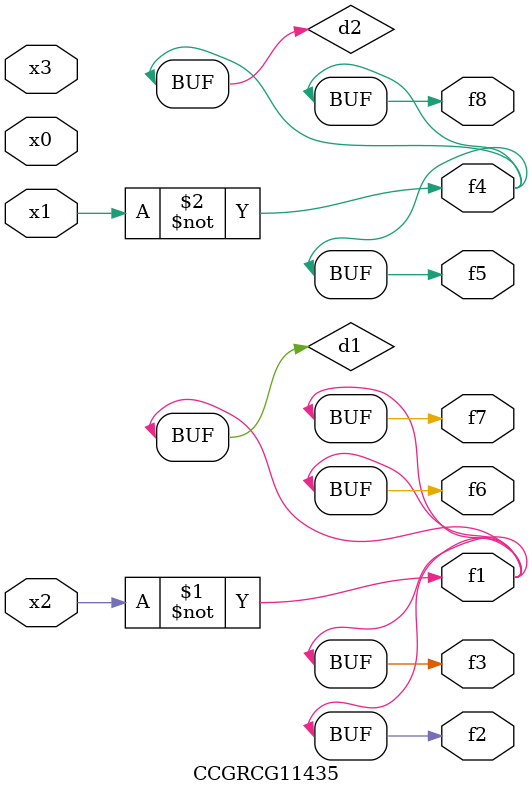
<source format=v>
module CCGRCG11435(
	input x0, x1, x2, x3,
	output f1, f2, f3, f4, f5, f6, f7, f8
);

	wire d1, d2;

	xnor (d1, x2);
	not (d2, x1);
	assign f1 = d1;
	assign f2 = d1;
	assign f3 = d1;
	assign f4 = d2;
	assign f5 = d2;
	assign f6 = d1;
	assign f7 = d1;
	assign f8 = d2;
endmodule

</source>
